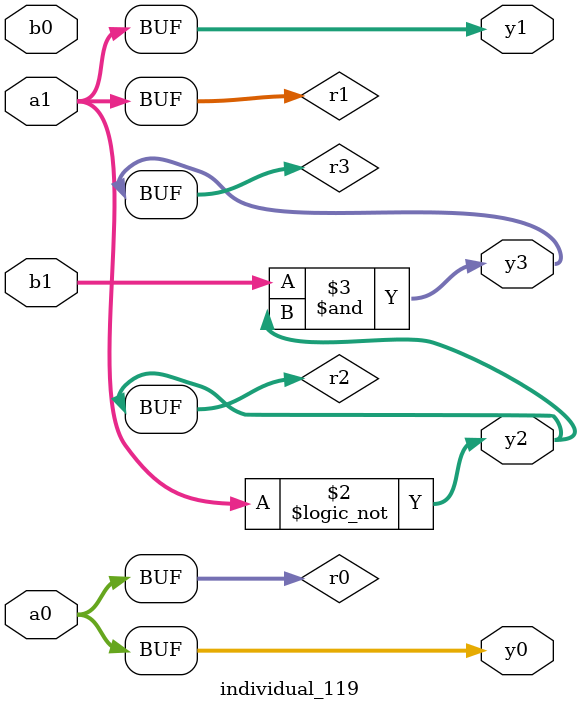
<source format=sv>
module individual_119(input logic [15:0] a1, input logic [15:0] a0, input logic [15:0] b1, input logic [15:0] b0, output logic [15:0] y3, output logic [15:0] y2, output logic [15:0] y1, output logic [15:0] y0);
logic [15:0] r0, r1, r2, r3; 
 always@(*) begin 
	 r0 = a0; r1 = a1; r2 = b0; r3 = b1; 
 	 r2 = ! r1 ;
 	 r3  &=  r2 ;
 	 y3 = r3; y2 = r2; y1 = r1; y0 = r0; 
end
endmodule
</source>
